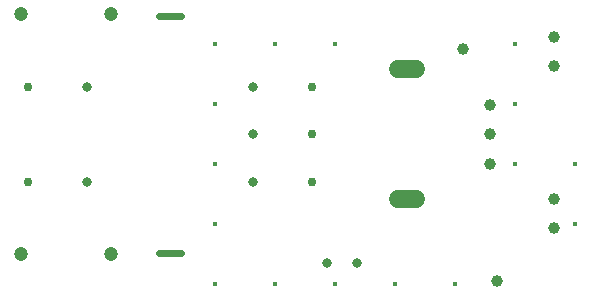
<source format=gbr>
%TF.GenerationSoftware,KiCad,Pcbnew,9.0.6*%
%TF.CreationDate,2026-01-11T11:57:04+09:00*%
%TF.ProjectId,Hi-Lo_converter,48692d4c-6f5f-4636-9f6e-766572746572,rev?*%
%TF.SameCoordinates,Original*%
%TF.FileFunction,Plated,1,2,PTH,Mixed*%
%TF.FilePolarity,Positive*%
%FSLAX46Y46*%
G04 Gerber Fmt 4.6, Leading zero omitted, Abs format (unit mm)*
G04 Created by KiCad (PCBNEW 9.0.6) date 2026-01-11 11:57:04*
%MOMM*%
%LPD*%
G01*
G04 APERTURE LIST*
%TA.AperFunction,ViaDrill*%
%ADD10C,0.400000*%
%TD*%
G04 aperture for slot hole*
%TA.AperFunction,ComponentDrill*%
%ADD11C,0.600000*%
%TD*%
%TA.AperFunction,ComponentDrill*%
%ADD12C,0.762000*%
%TD*%
%TA.AperFunction,ComponentDrill*%
%ADD13C,0.800000*%
%TD*%
%TA.AperFunction,ComponentDrill*%
%ADD14C,1.000000*%
%TD*%
%TA.AperFunction,ComponentDrill*%
%ADD15C,1.200000*%
%TD*%
G04 aperture for slot hole*
%TA.AperFunction,ComponentDrill*%
%ADD16C,1.500000*%
%TD*%
G04 APERTURE END LIST*
D10*
X185420000Y-33020000D03*
X185420000Y-38100000D03*
X185420000Y-43180000D03*
X185420000Y-48260000D03*
X185420000Y-53340000D03*
X190500000Y-33020000D03*
X190500000Y-53340000D03*
X195580000Y-33020000D03*
X195580000Y-53340000D03*
X200660000Y-53340000D03*
X205740000Y-53340000D03*
X210820000Y-33020000D03*
X210820000Y-38100000D03*
X210820000Y-43180000D03*
X215900000Y-43180000D03*
X215900000Y-48260000D03*
D11*
%TO.C,TR1*%
X182560000Y-30673000D02*
X180660000Y-30673000D01*
X182560000Y-50673000D02*
X180660000Y-50673000D01*
D12*
X169610000Y-36673000D03*
X169610000Y-44673000D03*
X193610000Y-36673000D03*
X193610000Y-40673000D03*
X193610000Y-44673000D03*
D13*
X174610000Y-36673000D03*
X174610000Y-44673000D03*
X188610000Y-36673000D03*
X188610000Y-40673000D03*
X188610000Y-44673000D03*
%TO.C,C1*%
X194897380Y-51562000D03*
X197397380Y-51562000D03*
D14*
%TO.C,REF\u002A\u002A*%
X206375000Y-33401000D03*
%TO.C,RV1*%
X208676000Y-38140000D03*
X208676000Y-40640000D03*
X208676000Y-43140000D03*
%TO.C,REF\u002A\u002A*%
X209296000Y-53086000D03*
%TO.C,J1*%
X214139000Y-32405000D03*
X214139000Y-34905000D03*
%TO.C,J2*%
X214139000Y-46121000D03*
X214139000Y-48621000D03*
D15*
%TO.C,R1*%
X169000000Y-30480000D03*
%TO.C,R2*%
X169000000Y-50800000D03*
%TO.C,R1*%
X176620000Y-30480000D03*
%TO.C,R2*%
X176620000Y-50800000D03*
D16*
%TO.C,RV1*%
X202426000Y-35140000D02*
X200926000Y-35140000D01*
X202426000Y-46140000D02*
X200926000Y-46140000D01*
M02*

</source>
